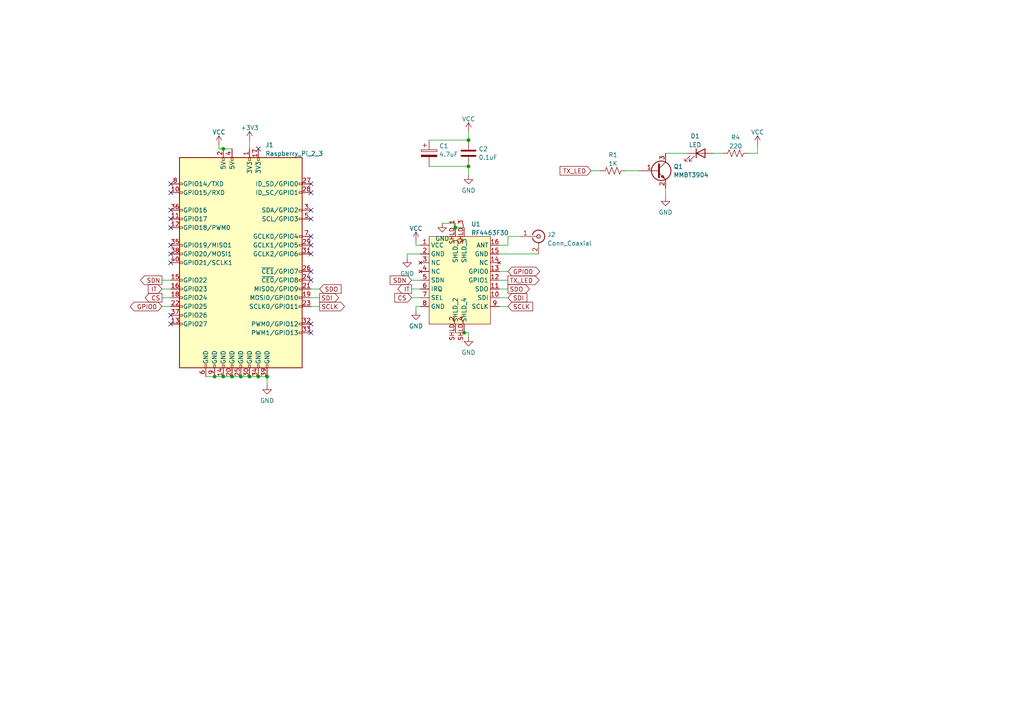
<source format=kicad_sch>
(kicad_sch (version 20230121) (generator eeschema)
  (paper "A4")
  (lib_symbols
    (symbol "Connector:Conn_Coaxial" (pin_names (offset 1.016) hide)
      (property "Reference" "J" (at 0.254 3.048 0))
      (property "Value" "Conn_Coaxial" (at 2.921 0 90))
      (symbol "Conn_Coaxial_0_1"
        (arc (start -1.778 -0.508) (mid 0.2311 -1.8066) (end 1.778 0) (stroke (width 0.254)))
        (polyline (pts (xy -2.54 0) (xy -0.508 0)))
        (polyline (pts (xy 0 -2.54) (xy 0 -1.778)))
        (circle (center 0 0) (radius 0.508) (stroke (width 0.2032)))
        (arc (start 1.778 0) (mid 0.2099 1.8101) (end -1.778 0.508) (stroke (width 0.254)))
      )
      (symbol "Conn_Coaxial_1_1"
        (pin passive line (at -5.08 0 0) (length 2.54) (name "In") (number "1"))
        (pin passive line (at 0 -5.08 90) (length 2.54) (name "Ext") (number "2"))
      )
    )
    (symbol "Connector:Raspberry_Pi_2_3" (pin_names (offset 1.016))
      (property "Reference" "J" (at -17.78 31.75 0))
      (property "Value" "Raspberry_Pi_2_3" (at 10.16 -31.75 0))
      (symbol "Raspberry_Pi_2_3_0_1"
        (rectangle (start -17.78 30.48) (end 17.78 -30.48) (stroke (width 0.254)) (fill (type background)))
      )
      (symbol "Raspberry_Pi_2_3_1_1"
        (rectangle (start -16.891 -17.526) (end -17.78 -18.034))
        (rectangle (start -16.891 -14.986) (end -17.78 -15.494))
        (rectangle (start -16.891 -12.446) (end -17.78 -12.954))
        (rectangle (start -16.891 -9.906) (end -17.78 -10.414))
        (rectangle (start -16.891 -7.366) (end -17.78 -7.874))
        (rectangle (start -16.891 -4.826) (end -17.78 -5.334))
        (rectangle (start -16.891 0.254) (end -17.78 -0.254))
        (rectangle (start -16.891 2.794) (end -17.78 2.286))
        (rectangle (start -16.891 5.334) (end -17.78 4.826))
        (rectangle (start -16.891 10.414) (end -17.78 9.906))
        (rectangle (start -16.891 12.954) (end -17.78 12.446))
        (rectangle (start -16.891 15.494) (end -17.78 14.986))
        (rectangle (start -16.891 20.574) (end -17.78 20.066))
        (rectangle (start -16.891 23.114) (end -17.78 22.606))
        (rectangle (start -10.414 -29.591) (end -9.906 -30.48))
        (rectangle (start -7.874 -29.591) (end -7.366 -30.48))
        (rectangle (start -5.334 -29.591) (end -4.826 -30.48))
        (rectangle (start -5.334 30.48) (end -4.826 29.591))
        (rectangle (start -2.794 -29.591) (end -2.286 -30.48))
        (rectangle (start -2.794 30.48) (end -2.286 29.591))
        (rectangle (start -0.254 -29.591) (end 0.254 -30.48))
        (rectangle (start 2.286 -29.591) (end 2.794 -30.48))
        (rectangle (start 2.286 30.48) (end 2.794 29.591))
        (rectangle (start 4.826 -29.591) (end 5.334 -30.48))
        (rectangle (start 4.826 30.48) (end 5.334 29.591))
        (rectangle (start 7.366 -29.591) (end 7.874 -30.48))
        (rectangle (start 17.78 -20.066) (end 16.891 -20.574))
        (rectangle (start 17.78 -17.526) (end 16.891 -18.034))
        (rectangle (start 17.78 -12.446) (end 16.891 -12.954))
        (rectangle (start 17.78 -9.906) (end 16.891 -10.414))
        (rectangle (start 17.78 -7.366) (end 16.891 -7.874))
        (rectangle (start 17.78 -4.826) (end 16.891 -5.334))
        (rectangle (start 17.78 -2.286) (end 16.891 -2.794))
        (rectangle (start 17.78 2.794) (end 16.891 2.286))
        (rectangle (start 17.78 5.334) (end 16.891 4.826))
        (rectangle (start 17.78 7.874) (end 16.891 7.366))
        (rectangle (start 17.78 12.954) (end 16.891 12.446))
        (rectangle (start 17.78 15.494) (end 16.891 14.986))
        (rectangle (start 17.78 20.574) (end 16.891 20.066))
        (rectangle (start 17.78 23.114) (end 16.891 22.606))
        (pin power_in line (at 2.54 33.02 270) (length 2.54) (name "3V3") (number "1"))
        (pin bidirectional line (at -20.32 20.32 0) (length 2.54) (name "GPIO15/RXD") (number "10"))
        (pin bidirectional line (at -20.32 12.7 0) (length 2.54) (name "GPIO17") (number "11"))
        (pin bidirectional line (at -20.32 10.16 0) (length 2.54) (name "GPIO18/PWM0") (number "12"))
        (pin bidirectional line (at -20.32 -17.78 0) (length 2.54) (name "GPIO27") (number "13"))
        (pin power_in line (at -5.08 -33.02 90) (length 2.54) (name "GND") (number "14"))
        (pin bidirectional line (at -20.32 -5.08 0) (length 2.54) (name "GPIO22") (number "15"))
        (pin bidirectional line (at -20.32 -7.62 0) (length 2.54) (name "GPIO23") (number "16"))
        (pin power_in line (at 5.08 33.02 270) (length 2.54) (name "3V3") (number "17"))
        (pin bidirectional line (at -20.32 -10.16 0) (length 2.54) (name "GPIO24") (number "18"))
        (pin bidirectional line (at 20.32 -10.16 180) (length 2.54) (name "MOSI0/GPIO10") (number "19"))
        (pin power_in line (at -5.08 33.02 270) (length 2.54) (name "5V") (number "2"))
        (pin power_in line (at -2.54 -33.02 90) (length 2.54) (name "GND") (number "20"))
        (pin bidirectional line (at 20.32 -7.62 180) (length 2.54) (name "MISO0/GPIO9") (number "21"))
        (pin bidirectional line (at -20.32 -12.7 0) (length 2.54) (name "GPIO25") (number "22"))
        (pin bidirectional line (at 20.32 -12.7 180) (length 2.54) (name "SCLK0/GPIO11") (number "23"))
        (pin bidirectional line (at 20.32 -5.08 180) (length 2.54) (name "~{CE0}/GPIO8") (number "24"))
        (pin power_in line (at 0 -33.02 90) (length 2.54) (name "GND") (number "25"))
        (pin bidirectional line (at 20.32 -2.54 180) (length 2.54) (name "~{CE1}/GPIO7") (number "26"))
        (pin bidirectional line (at 20.32 22.86 180) (length 2.54) (name "ID_SD/GPIO0") (number "27"))
        (pin bidirectional line (at 20.32 20.32 180) (length 2.54) (name "ID_SC/GPIO1") (number "28"))
        (pin bidirectional line (at 20.32 5.08 180) (length 2.54) (name "GCLK1/GPIO5") (number "29"))
        (pin bidirectional line (at 20.32 15.24 180) (length 2.54) (name "SDA/GPIO2") (number "3"))
        (pin power_in line (at 2.54 -33.02 90) (length 2.54) (name "GND") (number "30"))
        (pin bidirectional line (at 20.32 2.54 180) (length 2.54) (name "GCLK2/GPIO6") (number "31"))
        (pin bidirectional line (at 20.32 -17.78 180) (length 2.54) (name "PWM0/GPIO12") (number "32"))
        (pin bidirectional line (at 20.32 -20.32 180) (length 2.54) (name "PWM1/GPIO13") (number "33"))
        (pin power_in line (at 5.08 -33.02 90) (length 2.54) (name "GND") (number "34"))
        (pin bidirectional line (at -20.32 5.08 0) (length 2.54) (name "GPIO19/MISO1") (number "35"))
        (pin bidirectional line (at -20.32 15.24 0) (length 2.54) (name "GPIO16") (number "36"))
        (pin bidirectional line (at -20.32 -15.24 0) (length 2.54) (name "GPIO26") (number "37"))
        (pin bidirectional line (at -20.32 2.54 0) (length 2.54) (name "GPIO20/MOSI1") (number "38"))
        (pin power_in line (at 7.62 -33.02 90) (length 2.54) (name "GND") (number "39"))
        (pin power_in line (at -2.54 33.02 270) (length 2.54) (name "5V") (number "4"))
        (pin bidirectional line (at -20.32 0 0) (length 2.54) (name "GPIO21/SCLK1") (number "40"))
        (pin bidirectional line (at 20.32 12.7 180) (length 2.54) (name "SCL/GPIO3") (number "5"))
        (pin power_in line (at -10.16 -33.02 90) (length 2.54) (name "GND") (number "6"))
        (pin bidirectional line (at 20.32 7.62 180) (length 2.54) (name "GCLK0/GPIO4") (number "7"))
        (pin bidirectional line (at -20.32 22.86 0) (length 2.54) (name "GPIO14/TXD") (number "8"))
        (pin power_in line (at -7.62 -33.02 90) (length 2.54) (name "GND") (number "9"))
      )
    )
    (symbol "Device:C" (pin_numbers hide) (pin_names (offset 0.254))
      (property "Reference" "C" (at 0.635 2.54 0))
      (property "Value" "C" (at 0.635 -2.54 0))
      (symbol "C_0_1"
        (polyline (pts (xy -2.032 -0.762) (xy 2.032 -0.762)) (stroke (width 0.508)))
        (polyline (pts (xy -2.032 0.762) (xy 2.032 0.762)) (stroke (width 0.508)))
      )
      (symbol "C_1_1"
        (pin passive line (at 0 3.81 270) (length 2.794) (name "~") (number "1"))
        (pin passive line (at 0 -3.81 90) (length 2.794) (name "~") (number "2"))
      )
    )
    (symbol "Device:C_Polarized" (pin_numbers hide) (pin_names (offset 0.254))
      (property "Reference" "C" (at 0.635 2.54 0))
      (property "Value" "C_Polarized" (at 0.635 -2.54 0))
      (symbol "C_Polarized_0_1"
        (rectangle (start -2.286 0.508) (end 2.286 1.016))
        (polyline (pts (xy -1.778 2.286) (xy -0.762 2.286)))
        (polyline (pts (xy -1.27 2.794) (xy -1.27 1.778)))
        (rectangle (start 2.286 -0.508) (end -2.286 -1.016) (fill (type outline)))
      )
      (symbol "C_Polarized_1_1"
        (pin passive line (at 0 3.81 270) (length 2.794) (name "~") (number "1"))
        (pin passive line (at 0 -3.81 90) (length 2.794) (name "~") (number "2"))
      )
    )
    (symbol "Device:LED" (pin_numbers hide) (pin_names (offset 1.016) hide)
      (property "Reference" "D" (at 0 2.54 0))
      (property "Value" "LED" (at 0 -2.54 0))
      (symbol "LED_0_1"
        (polyline (pts (xy -1.27 -1.27) (xy -1.27 1.27)) (stroke (width 0.254)))
        (polyline (pts (xy -1.27 0) (xy 1.27 0)))
        (polyline (pts (xy 1.27 -1.27) (xy 1.27 1.27) (xy -1.27 0) (xy 1.27 -1.27)) (stroke (width 0.254)))
        (polyline (pts (xy -3.048 -0.762) (xy -4.572 -2.286) (xy -3.81 -2.286) (xy -4.572 -2.286) (xy -4.572 -1.524)))
        (polyline (pts (xy -1.778 -0.762) (xy -3.302 -2.286) (xy -2.54 -2.286) (xy -3.302 -2.286) (xy -3.302 -1.524)))
      )
      (symbol "LED_1_1"
        (pin passive line (at -3.81 0 0) (length 2.54) (name "K") (number "1"))
        (pin passive line (at 3.81 0 180) (length 2.54) (name "A") (number "2"))
      )
    )
    (symbol "Device:R_US" (pin_numbers hide) (pin_names (offset 0))
      (property "Reference" "R" (at 2.54 0 90))
      (property "Value" "R_US" (at -2.54 0 90))
      (symbol "R_US_0_1"
        (polyline (pts (xy 0 -2.286) (xy 0 -2.54)))
        (polyline (pts (xy 0 2.286) (xy 0 2.54)))
        (polyline (pts (xy 0 -0.762) (xy 1.016 -1.143) (xy 0 -1.524) (xy -1.016 -1.905) (xy 0 -2.286)))
        (polyline (pts (xy 0 0.762) (xy 1.016 0.381) (xy 0 0) (xy -1.016 -0.381) (xy 0 -0.762)))
        (polyline (pts (xy 0 2.286) (xy 1.016 1.905) (xy 0 1.524) (xy -1.016 1.143) (xy 0 0.762)))
      )
      (symbol "R_US_1_1"
        (pin passive line (at 0 3.81 270) (length 1.27) (name "~") (number "1"))
        (pin passive line (at 0 -3.81 90) (length 1.27) (name "~") (number "2"))
      )
    )
    (symbol "Transistor_BJT:MMBT3904" (pin_names (offset 0) hide)
      (property "Reference" "Q" (at 5.08 1.905 0))
      (property "Value" "MMBT3904" (at 5.08 0 0))
      (symbol "MMBT3904_0_1"
        (polyline (pts (xy 0.635 0.635) (xy 2.54 2.54)))
        (polyline (pts (xy 0.635 -0.635) (xy 2.54 -2.54) (xy 2.54 -2.54)))
        (polyline (pts (xy 0.635 1.905) (xy 0.635 -1.905) (xy 0.635 -1.905)) (stroke (width 0.508)))
        (polyline (pts (xy 1.27 -1.778) (xy 1.778 -1.27) (xy 2.286 -2.286) (xy 1.27 -1.778) (xy 1.27 -1.778)) (fill (type outline)))
        (circle (center 1.27 0) (radius 2.8194) (stroke (width 0.254)))
      )
      (symbol "MMBT3904_1_1"
        (pin input line (at -5.08 0 0) (length 5.715) (name "B") (number "1"))
        (pin passive line (at 2.54 -5.08 90) (length 2.54) (name "E") (number "2"))
        (pin passive line (at 2.54 5.08 270) (length 2.54) (name "C") (number "3"))
      )
    )
    (symbol "power:+3V3" (power) (pin_names (offset 0))
      (property "Value" "+3V3" (at 0 3.556 0))
      (symbol "+3V3_0_1"
        (polyline (pts (xy -0.762 1.27) (xy 0 2.54)))
        (polyline (pts (xy 0 0) (xy 0 2.54)))
        (polyline (pts (xy 0 2.54) (xy 0.762 1.27)))
      )
      (symbol "+3V3_1_1"
        (pin power_in line (at 0 0 90) (length 0) hide (name "+3V3") (number "1"))
      )
    )
    (symbol "power:GND" (power) (pin_names (offset 0))
      (property "Value" "GND" (at 0 -3.81 0))
      (symbol "GND_0_1"
        (polyline (pts (xy 0 0) (xy 0 -1.27) (xy 1.27 -1.27) (xy 0 -2.54) (xy -1.27 -1.27) (xy 0 -1.27)))
      )
      (symbol "GND_1_1"
        (pin power_in line (at 0 0 270) (length 0) hide (name "GND") (number "1"))
      )
    )
    (symbol "power:VCC" (power) (pin_names (offset 0))
      (property "Value" "VCC" (at 0 3.81 0))
      (symbol "VCC_0_1"
        (polyline (pts (xy -0.762 1.27) (xy 0 2.54)))
        (polyline (pts (xy 0 0) (xy 0 2.54)))
        (polyline (pts (xy 0 2.54) (xy 0.762 1.27)))
      )
      (symbol "VCC_1_1"
        (pin power_in line (at 0 0 90) (length 0) hide (name "VCC") (number "1"))
      )
    )
    (symbol "scd31:RF4463F30"
      (property "Reference" "U" (at -6.35 16.51 0))
      (property "Value" "RF4463F30" (at 10.16 16.51 0))
      (symbol "RF4463F30_0_1"
        (rectangle (start -7.62 15.24) (end 10.16 -10.16) (fill (type background)))
      )
      (symbol "RF4463F30_1_1"
        (pin power_in line (at -10.16 12.7 0) (length 2.54) (name "VCC") (number "1"))
        (pin input line (at 12.7 -2.54 180) (length 2.54) (name "SDI") (number "10"))
        (pin output line (at 12.7 0 180) (length 2.54) (name "SDO") (number "11"))
        (pin bidirectional line (at 12.7 2.54 180) (length 2.54) (name "GPIO1") (number "12"))
        (pin bidirectional line (at 12.7 5.08 180) (length 2.54) (name "GPIO0") (number "13"))
        (pin no_connect line (at 12.7 7.62 180) (length 2.54) (name "NC") (number "14"))
        (pin power_in line (at 12.7 10.16 180) (length 2.54) (name "GND") (number "15"))
        (pin output line (at 12.7 12.7 180) (length 2.54) (name "ANT") (number "16"))
        (pin power_in line (at -10.16 10.16 0) (length 2.54) (name "GND") (number "2"))
        (pin no_connect line (at -10.16 7.62 0) (length 2.54) (name "NC") (number "3"))
        (pin no_connect line (at -10.16 5.08 0) (length 2.54) (name "NC") (number "4"))
        (pin input line (at -10.16 2.54 0) (length 2.54) (name "SDN") (number "5"))
        (pin output line (at -10.16 0 0) (length 2.54) (name "IRQ") (number "6"))
        (pin input line (at -10.16 -2.54 0) (length 2.54) (name "SEL") (number "7"))
        (pin power_in line (at -10.16 -5.08 0) (length 2.54) (name "GND") (number "8"))
        (pin input line (at 12.7 -5.08 180) (length 2.54) (name "SCLK") (number "9"))
        (pin power_in line (at 0 17.78 270) (length 2.54) (name "SHLD_1") (number "SHLD_1"))
        (pin power_in line (at 0 -12.7 90) (length 2.54) (name "SHLD_2") (number "SHLD_2"))
        (pin power_in line (at 2.54 17.78 270) (length 2.54) (name "SHLD_3") (number "SHLD_3"))
        (pin power_in line (at 2.54 -12.7 90) (length 2.54) (name "SHLD_4") (number "SHLD_4"))
      )
    )
  )
  (junction (at 69.85 109.22))
  (junction (at 135.89 48.26))
  (junction (at 74.93 109.22))
  (junction (at 134.62 96.52))
  (junction (at 67.31 109.22))
  (junction (at 132.08 66.04))
  (junction (at 72.39 109.22))
  (junction (at 64.77 109.22))
  (junction (at 62.23 109.22))
  (junction (at 64.77 43.18))
  (junction (at 135.89 40.64))
  (junction (at 77.47 109.22))
  (no_connect (at 49.53 71.12))
  (no_connect (at 90.17 96.52))
  (no_connect (at 90.17 60.96))
  (no_connect (at 90.17 53.34))
  (no_connect (at 49.53 91.44))
  (no_connect (at 90.17 78.74))
  (no_connect (at 49.53 76.2))
  (no_connect (at 90.17 81.28))
  (no_connect (at 90.17 93.98))
  (no_connect (at 49.53 55.88))
  (no_connect (at 90.17 73.66))
  (no_connect (at 90.17 71.12))
  (no_connect (at 49.53 53.34))
  (no_connect (at 49.53 60.96))
  (no_connect (at 49.53 63.5))
  (no_connect (at 90.17 68.58))
  (no_connect (at 49.53 66.04))
  (no_connect (at 49.53 73.66))
  (no_connect (at 49.53 93.98))
  (no_connect (at 90.17 63.5))
  (no_connect (at 74.93 43.18))
  (no_connect (at 90.17 55.88))
  (wire (pts (xy 59.69 109.22) (xy 62.23 109.22)))
  (wire (pts (xy 46.99 81.28) (xy 49.53 81.28)))
  (wire (pts (xy 90.17 86.36) (xy 92.71 86.36)))
  (wire (pts (xy 77.47 109.22) (xy 77.47 111.76)))
  (wire (pts (xy 207.01 44.45) (xy 209.55 44.45)))
  (wire (pts (xy 118.11 73.66) (xy 118.11 74.93)))
  (wire (pts (xy 132.08 96.52) (xy 134.62 96.52)))
  (wire (pts (xy 144.78 71.12) (xy 147.32 71.12)))
  (wire (pts (xy 124.46 40.64) (xy 135.89 40.64)))
  (wire (pts (xy 64.77 43.18) (xy 63.5 43.18)))
  (wire (pts (xy 119.38 86.36) (xy 121.92 86.36)))
  (wire (pts (xy 132.08 66.04) (xy 134.62 66.04)))
  (wire (pts (xy 124.46 48.26) (xy 135.89 48.26)))
  (wire (pts (xy 64.77 109.22) (xy 67.31 109.22)))
  (wire (pts (xy 193.04 54.61) (xy 193.04 57.15)))
  (wire (pts (xy 217.17 44.45) (xy 219.71 44.45)))
  (wire (pts (xy 120.65 71.12) (xy 120.65 69.85)))
  (wire (pts (xy 144.78 88.9) (xy 147.32 88.9)))
  (wire (pts (xy 46.99 86.36) (xy 49.53 86.36)))
  (wire (pts (xy 171.45 49.53) (xy 173.99 49.53)))
  (wire (pts (xy 69.85 109.22) (xy 72.39 109.22)))
  (wire (pts (xy 120.65 88.9) (xy 120.65 90.17)))
  (wire (pts (xy 62.23 109.22) (xy 64.77 109.22)))
  (wire (pts (xy 144.78 78.74) (xy 147.32 78.74)))
  (wire (pts (xy 144.78 86.36) (xy 147.32 86.36)))
  (wire (pts (xy 135.89 96.52) (xy 135.89 97.79)))
  (wire (pts (xy 46.99 88.9) (xy 49.53 88.9)))
  (wire (pts (xy 90.17 88.9) (xy 92.71 88.9)))
  (wire (pts (xy 134.62 96.52) (xy 135.89 96.52)))
  (wire (pts (xy 119.38 81.28) (xy 121.92 81.28)))
  (wire (pts (xy 132.08 64.77) (xy 128.27 64.77)))
  (wire (pts (xy 67.31 109.22) (xy 69.85 109.22)))
  (wire (pts (xy 144.78 81.28) (xy 147.32 81.28)))
  (wire (pts (xy 63.5 41.91) (xy 63.5 43.18)))
  (wire (pts (xy 90.17 83.82) (xy 92.71 83.82)))
  (wire (pts (xy 121.92 88.9) (xy 120.65 88.9)))
  (wire (pts (xy 121.92 71.12) (xy 120.65 71.12)))
  (wire (pts (xy 147.32 71.12) (xy 147.32 68.58)))
  (wire (pts (xy 147.32 68.58) (xy 151.13 68.58)))
  (wire (pts (xy 119.38 83.82) (xy 121.92 83.82)))
  (wire (pts (xy 135.89 38.1) (xy 135.89 40.64)))
  (wire (pts (xy 74.93 109.22) (xy 77.47 109.22)))
  (wire (pts (xy 219.71 41.91) (xy 219.71 44.45)))
  (wire (pts (xy 67.31 43.18) (xy 64.77 43.18)))
  (wire (pts (xy 144.78 83.82) (xy 147.32 83.82)))
  (wire (pts (xy 135.89 48.26) (xy 135.89 50.8)))
  (wire (pts (xy 72.39 109.22) (xy 74.93 109.22)))
  (wire (pts (xy 46.99 83.82) (xy 49.53 83.82)))
  (wire (pts (xy 121.92 73.66) (xy 118.11 73.66)))
  (wire (pts (xy 72.39 43.18) (xy 72.39 40.64)))
  (wire (pts (xy 132.08 66.04) (xy 132.08 64.77)))
  (wire (pts (xy 144.78 73.66) (xy 156.21 73.66)))
  (wire (pts (xy 193.04 44.45) (xy 199.39 44.45)))
  (wire (pts (xy 181.61 49.53) (xy 185.42 49.53)))
  (global_label "SDO" (shape output) (at 147.32 83.82 0) (property "Intersheetrefs" "${INTERSHEET_REFS}" (effects hide)))
  (global_label "CS" (shape input) (at 119.38 86.36 180) (property "Intersheetrefs" "${INTERSHEET_REFS}" (effects hide)))
  (global_label "SDO" (shape input) (at 92.71 83.82 0) (property "Intersheetrefs" "${INTERSHEET_REFS}" (effects hide)))
  (global_label "GPIO0" (shape bidirectional) (at 147.32 78.74 0) (property "Intersheetrefs" "${INTERSHEET_REFS}" (effects hide)))
  (global_label "TX_LED" (shape input) (at 171.45 49.53 180) (property "Intersheetrefs" "${INTERSHEET_REFS}" (effects hide)))
  (global_label "SDN" (shape input) (at 119.38 81.28 180) (property "Intersheetrefs" "${INTERSHEET_REFS}" (effects hide)))
  (global_label "IT" (shape output) (at 119.38 83.82 180) (property "Intersheetrefs" "${INTERSHEET_REFS}" (effects hide)))
  (global_label "SDN" (shape output) (at 46.99 81.28 180) (property "Intersheetrefs" "${INTERSHEET_REFS}" (effects hide)))
  (global_label "IT" (shape input) (at 46.99 83.82 180) (property "Intersheetrefs" "${INTERSHEET_REFS}" (effects hide)))
  (global_label "SDI" (shape output) (at 92.71 86.36 0) (property "Intersheetrefs" "${INTERSHEET_REFS}" (effects hide)))
  (global_label "SDI" (shape input) (at 147.32 86.36 0) (property "Intersheetrefs" "${INTERSHEET_REFS}" (effects hide)))
  (global_label "SCLK" (shape input) (at 147.32 88.9 0) (property "Intersheetrefs" "${INTERSHEET_REFS}" (effects hide)))
  (global_label "GPIO0" (shape bidirectional) (at 46.99 88.9 180) (property "Intersheetrefs" "${INTERSHEET_REFS}" (effects hide)))
  (global_label "TX_LED" (shape output) (at 147.32 81.28 0) (property "Intersheetrefs" "${INTERSHEET_REFS}" (effects hide)))
  (global_label "CS" (shape output) (at 46.99 86.36 180) (property "Intersheetrefs" "${INTERSHEET_REFS}" (effects hide)))
  (global_label "SCLK" (shape output) (at 92.71 88.9 0) (property "Intersheetrefs" "${INTERSHEET_REFS}" (effects hide)))
  (symbol (lib_id "Device:R_US") (at 213.36 44.45 90) (unit 1)
    (property "Reference" "R4" (at 213.36 39.8612 90))
    (property "Value" "220" (at 213.36 42.3981 90))
    (property "Footprint" "Resistor_SMD:R_0603_1608Metric" (effects hide))
  )
  (symbol (lib_id "Connector:Raspberry_Pi_2_3") (at 69.85 76.2 0) (unit 1)
    (property "Reference" "J1" (at 76.9494 42.0202 0) (effects (justify left)))
    (property "Value" "Raspberry_Pi_2_3" (at 76.9494 44.5571 0) (effects (justify left)))
    (property "Footprint" "Module:Raspberry_Pi_Zero_Socketed_THT_FaceDown_MountingHoles" (effects hide))
    (property "Datasheet" "https://www.raspberrypi.org/documentation/hardware/raspberrypi/schematics/rpi_SCH_3bplus_1p0_reduced.pdf" (effects hide))
  )
  (symbol (lib_id "power:GND") (at 193.04 57.15 0) (unit 1)
    (property "Reference" "#PWR0101" (effects hide))
    (property "Value" "GND" (at 193.04 61.5934 0))
  )
  (symbol (lib_id "power:VCC") (at 63.5 41.91 0) (unit 1)
    (property "Reference" "#PWR0105" (effects hide))
    (property "Value" "VCC" (at 63.5 38.3342 0))
  )
  (symbol (lib_id "power:VCC") (at 219.71 41.91 0) (unit 1)
    (property "Reference" "#PWR0102" (effects hide))
    (property "Value" "VCC" (at 219.71 38.3342 0))
  )
  (symbol (lib_id "scd31:RF4463F30") (at 132.08 83.82 0) (unit 1)
    (property "Reference" "U1" (at 136.6394 65.0072 0) (effects (justify left)))
    (property "Value" "RF4463F30" (at 136.6394 67.5441 0) (effects (justify left)))
    (property "Footprint" "npr70:RF4463F30" (effects hide))
  )
  (symbol (lib_id "Device:LED") (at 203.2 44.45 0) (unit 1)
    (property "Reference" "D1" (at 201.6125 39.4802 0))
    (property "Value" "LED" (at 201.6125 42.0171 0))
    (property "Footprint" "LED_SMD:LED_0603_1608Metric" (effects hide))
  )
  (symbol (lib_id "power:GND") (at 118.11 74.93 0) (unit 1)
    (property "Reference" "#PWR0110" (effects hide))
    (property "Value" "GND" (at 118.11 79.3734 0))
  )
  (symbol (lib_id "power:GND") (at 120.65 90.17 0) (unit 1)
    (property "Reference" "#PWR0109" (effects hide))
    (property "Value" "GND" (at 120.65 94.6134 0))
  )
  (symbol (lib_id "power:GND") (at 135.89 97.79 0) (unit 1)
    (property "Reference" "#PWR0107" (effects hide))
    (property "Value" "GND" (at 135.89 102.2334 0))
  )
  (symbol (lib_id "power:GND") (at 128.27 64.77 0) (unit 1)
    (property "Reference" "#PWR0108" (effects hide))
    (property "Value" "GND" (at 128.27 69.2134 0))
  )
  (symbol (lib_id "power:+3V3") (at 72.39 40.64 0) (unit 1)
    (property "Reference" "#PWR0106" (effects hide))
    (property "Value" "+3V3" (at 72.39 37.0642 0))
  )
  (symbol (lib_id "Device:C_Polarized") (at 124.46 44.45 0) (unit 1)
    (property "Reference" "C1" (at 127.381 42.3489 0) (effects (justify left)))
    (property "Value" "4.7uF" (at 127.381 44.7731 0) (effects (justify left)))
    (property "Footprint" "Capacitor_SMD:C_0603_1608Metric" (effects hide))
  )
  (symbol (lib_id "Device:C") (at 135.89 44.45 0) (unit 1)
    (property "Reference" "C2" (at 138.811 43.2379 0) (effects (justify left)))
    (property "Value" "0.1uF" (at 138.811 45.6621 0) (effects (justify left)))
    (property "Footprint" "Capacitor_SMD:C_0603_1608Metric" (effects hide))
  )
  (symbol (lib_id "Transistor_BJT:MMBT3904") (at 190.5 49.53 0) (unit 1)
    (property "Reference" "Q1" (at 195.3514 48.3179 0) (effects (justify left)))
    (property "Value" "MMBT3904" (at 195.3514 50.7421 0) (effects (justify left)))
    (property "Footprint" "Package_TO_SOT_SMD:SOT-23" (effects hide))
    (property "Datasheet" "https://www.onsemi.com/pdf/datasheet/pzt3904-d.pdf" (effects hide))
  )
  (symbol (lib_id "power:VCC") (at 135.89 38.1 0) (unit 1)
    (property "Reference" "#PWR0113" (effects hide))
    (property "Value" "VCC" (at 135.89 34.5242 0))
  )
  (symbol (lib_id "Connector:Conn_Coaxial") (at 156.21 68.58 0) (unit 1)
    (property "Reference" "J2" (at 158.75 68.0385 0) (effects (justify left)))
    (property "Value" "Conn_Coaxial" (at 158.75 70.5754 0) (effects (justify left)))
    (property "Footprint" "Connector_Coaxial:SMA_Amphenol_132289_EdgeMount" (effects hide))
    (property "Datasheet" " ~" (effects hide))
  )
  (symbol (lib_id "power:VCC") (at 120.65 69.85 0) (unit 1)
    (property "Reference" "#PWR0111" (effects hide))
    (property "Value" "VCC" (at 120.65 66.2742 0))
  )
  (symbol (lib_id "power:GND") (at 135.89 50.8 0) (unit 1)
    (property "Reference" "#PWR0112" (effects hide))
    (property "Value" "GND" (at 135.89 55.2434 0))
  )
  (symbol (lib_id "power:GND") (at 77.47 111.76 0) (unit 1)
    (property "Reference" "#PWR0104" (effects hide))
    (property "Value" "GND" (at 77.47 116.2034 0))
  )
  (symbol (lib_id "Device:R_US") (at 177.8 49.53 90) (unit 1)
    (property "Reference" "R1" (at 177.8 44.9412 90))
    (property "Value" "1K" (at 177.8 47.4781 90))
    (property "Footprint" "Resistor_SMD:R_0603_1608Metric" (effects hide))
  )
)
</source>
